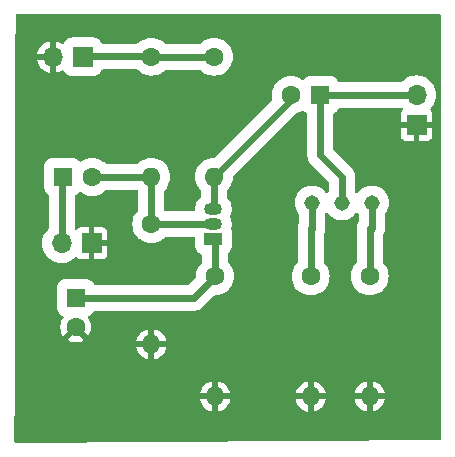
<source format=gbr>
%TF.GenerationSoftware,KiCad,Pcbnew,8.0.5*%
%TF.CreationDate,2024-10-06T10:48:52-05:00*%
%TF.ProjectId,amplificador,616d706c-6966-4696-9361-646f722e6b69,rev?*%
%TF.SameCoordinates,Original*%
%TF.FileFunction,Copper,L1,Top*%
%TF.FilePolarity,Positive*%
%FSLAX46Y46*%
G04 Gerber Fmt 4.6, Leading zero omitted, Abs format (unit mm)*
G04 Created by KiCad (PCBNEW 8.0.5) date 2024-10-06 10:48:52*
%MOMM*%
%LPD*%
G01*
G04 APERTURE LIST*
%TA.AperFunction,ComponentPad*%
%ADD10C,1.308000*%
%TD*%
%TA.AperFunction,ComponentPad*%
%ADD11R,1.700000X1.700000*%
%TD*%
%TA.AperFunction,ComponentPad*%
%ADD12O,1.700000X1.700000*%
%TD*%
%TA.AperFunction,ComponentPad*%
%ADD13C,1.600000*%
%TD*%
%TA.AperFunction,ComponentPad*%
%ADD14O,1.600000X1.600000*%
%TD*%
%TA.AperFunction,ComponentPad*%
%ADD15R,1.600000X1.600000*%
%TD*%
%TA.AperFunction,ComponentPad*%
%ADD16R,1.500000X1.050000*%
%TD*%
%TA.AperFunction,ComponentPad*%
%ADD17O,1.500000X1.050000*%
%TD*%
%TA.AperFunction,Conductor*%
%ADD18C,0.600000*%
%TD*%
G04 APERTURE END LIST*
D10*
%TO.P,S1,1*%
%TO.N,Net-(J3-Pin_2)*%
X208030000Y-93600000D03*
%TO.P,S1,3*%
%TO.N,Net-(R6-Pad1)*%
X210570000Y-93600000D03*
%TO.P,S1,2*%
%TO.N,Net-(R5-Pad1)*%
X205490000Y-93600000D03*
%TD*%
D11*
%TO.P,J3,1,Pin_1*%
%TO.N,GND*%
X214350000Y-86995000D03*
D12*
%TO.P,J3,2,Pin_2*%
%TO.N,Net-(J3-Pin_2)*%
X214350000Y-84455000D03*
%TD*%
D11*
%TO.P,J2,1,Pin_1*%
%TO.N,GND*%
X186835000Y-97030000D03*
D12*
%TO.P,J2,2,Pin_2*%
%TO.N,SE\u00D1AL*%
X184295000Y-97030000D03*
%TD*%
D11*
%TO.P,J1,1,Pin_1*%
%TO.N,+12V*%
X186085000Y-81240000D03*
D12*
%TO.P,J1,2,Pin_2*%
%TO.N,GND*%
X183545000Y-81240000D03*
%TD*%
D13*
%TO.P,R6,1*%
%TO.N,Net-(R6-Pad1)*%
X210380000Y-99820000D03*
D14*
%TO.P,R6,2*%
%TO.N,GND*%
X210380000Y-109980000D03*
%TD*%
D13*
%TO.P,R5,1*%
%TO.N,Net-(R5-Pad1)*%
X205390000Y-99830000D03*
D14*
%TO.P,R5,2*%
%TO.N,GND*%
X205390000Y-109990000D03*
%TD*%
D13*
%TO.P,R4,1*%
%TO.N,Net-(Q1-E)*%
X197300000Y-99820000D03*
D14*
%TO.P,R4,2*%
%TO.N,GND*%
X197300000Y-109980000D03*
%TD*%
D13*
%TO.P,R3,1*%
%TO.N,+12V*%
X197200000Y-81220000D03*
D14*
%TO.P,R3,2*%
%TO.N,Net-(Q1-C)*%
X197200000Y-91380000D03*
%TD*%
D13*
%TO.P,R2,1*%
%TO.N,Net-(Q1-B)*%
X191900000Y-95400000D03*
D14*
%TO.P,R2,2*%
%TO.N,GND*%
X191900000Y-105560000D03*
%TD*%
D13*
%TO.P,R1,1*%
%TO.N,+12V*%
X191900000Y-81220000D03*
D14*
%TO.P,R1,2*%
%TO.N,Net-(Q1-B)*%
X191900000Y-91380000D03*
%TD*%
D15*
%TO.P,C3,1*%
%TO.N,Net-(J3-Pin_2)*%
X206202380Y-84480000D03*
D13*
%TO.P,C3,2*%
%TO.N,Net-(Q1-C)*%
X203702380Y-84480000D03*
%TD*%
D15*
%TO.P,C2,1*%
%TO.N,Net-(Q1-E)*%
X185500000Y-101617621D03*
D13*
%TO.P,C2,2*%
%TO.N,GND*%
X185500000Y-104117621D03*
%TD*%
D15*
%TO.P,C1,1*%
%TO.N,SE\u00D1AL*%
X184400000Y-91400000D03*
D13*
%TO.P,C1,2*%
%TO.N,Net-(Q1-B)*%
X186900000Y-91400000D03*
%TD*%
D16*
%TO.P,Q1,1,E*%
%TO.N,Net-(Q1-E)*%
X197160000Y-96670000D03*
D17*
%TO.P,Q1,2,B*%
%TO.N,Net-(Q1-B)*%
X197160000Y-95400000D03*
%TO.P,Q1,3,C*%
%TO.N,Net-(Q1-C)*%
X197160000Y-94130000D03*
%TD*%
D18*
%TO.N,Net-(J3-Pin_2)*%
X208030000Y-91380000D02*
X208030000Y-93600000D01*
X206202380Y-89552380D02*
X208030000Y-91380000D01*
X206202380Y-84480000D02*
X206202380Y-89552380D01*
X206227380Y-84455000D02*
X206202380Y-84480000D01*
X214350000Y-84455000D02*
X206227380Y-84455000D01*
%TO.N,Net-(R6-Pad1)*%
X210380000Y-95950000D02*
X210570000Y-95760000D01*
X210380000Y-96160000D02*
X210380000Y-95950000D01*
X210570000Y-95760000D02*
X210570000Y-93600000D01*
X210380000Y-96160000D02*
X210380000Y-95720000D01*
X210380000Y-99820000D02*
X210380000Y-96160000D01*
%TO.N,Net-(R5-Pad1)*%
X205490000Y-95780000D02*
X205490000Y-93600000D01*
X205390000Y-95880000D02*
X205490000Y-95780000D01*
X205390000Y-95880000D02*
X205390000Y-95710000D01*
X205390000Y-99830000D02*
X205390000Y-95880000D01*
%TO.N,SE\u00D1AL*%
X184295000Y-91505000D02*
X184295000Y-97030000D01*
X184400000Y-91400000D02*
X184295000Y-91505000D01*
%TO.N,+12V*%
X191890000Y-81210000D02*
X191900000Y-81220000D01*
X186170000Y-81210000D02*
X191890000Y-81210000D01*
%TO.N,Net-(Q1-E)*%
X195502379Y-101617621D02*
X197300000Y-99820000D01*
X185500000Y-101617621D02*
X195502379Y-101617621D01*
%TO.N,Net-(R5-Pad1)*%
X205390000Y-95710000D02*
X205400000Y-95700000D01*
%TO.N,Net-(R6-Pad1)*%
X210380000Y-95720000D02*
X210400000Y-95700000D01*
%TO.N,Net-(J3-Pin_2)*%
X206200000Y-85600000D02*
X206200000Y-84500000D01*
%TO.N,Net-(Q1-C)*%
X197200000Y-94090000D02*
X197160000Y-94130000D01*
X197200000Y-91380000D02*
X197200000Y-94090000D01*
X203700000Y-84880000D02*
X203700000Y-84500000D01*
X197200000Y-91380000D02*
X203700000Y-84880000D01*
%TO.N,+12V*%
X191900000Y-81220000D02*
X197200000Y-81220000D01*
%TO.N,GND*%
X204980000Y-109980000D02*
X205000000Y-110000000D01*
%TO.N,Net-(Q1-E)*%
X197300000Y-96810000D02*
X197160000Y-96670000D01*
X197300000Y-99820000D02*
X197300000Y-96810000D01*
%TO.N,Net-(Q1-B)*%
X191900000Y-95400000D02*
X197160000Y-95400000D01*
X191900000Y-91380000D02*
X191900000Y-95400000D01*
X191880000Y-91400000D02*
X191900000Y-91380000D01*
X186900000Y-91400000D02*
X191880000Y-91400000D01*
%TD*%
%TA.AperFunction,Conductor*%
%TO.N,GND*%
G36*
X216342539Y-77620185D02*
G01*
X216388294Y-77672989D01*
X216399500Y-77724500D01*
X216399500Y-113578856D01*
X216379815Y-113645895D01*
X216327011Y-113691650D01*
X216276168Y-113702854D01*
X180426854Y-113896112D01*
X180359710Y-113876789D01*
X180313671Y-113824233D01*
X180302186Y-113771782D01*
X180302401Y-113691650D01*
X180313022Y-109729999D01*
X196021127Y-109729999D01*
X196021128Y-109730000D01*
X196984314Y-109730000D01*
X196979920Y-109734394D01*
X196927259Y-109825606D01*
X196900000Y-109927339D01*
X196900000Y-110032661D01*
X196927259Y-110134394D01*
X196979920Y-110225606D01*
X196984314Y-110230000D01*
X196021128Y-110230000D01*
X196073730Y-110426317D01*
X196073734Y-110426326D01*
X196169865Y-110632482D01*
X196300342Y-110818820D01*
X196461179Y-110979657D01*
X196647517Y-111110134D01*
X196853673Y-111206265D01*
X196853682Y-111206269D01*
X197049999Y-111258872D01*
X197050000Y-111258871D01*
X197050000Y-110295686D01*
X197054394Y-110300080D01*
X197145606Y-110352741D01*
X197247339Y-110380000D01*
X197352661Y-110380000D01*
X197454394Y-110352741D01*
X197545606Y-110300080D01*
X197550000Y-110295686D01*
X197550000Y-111258872D01*
X197746317Y-111206269D01*
X197746326Y-111206265D01*
X197952482Y-111110134D01*
X198138820Y-110979657D01*
X198299657Y-110818820D01*
X198430134Y-110632482D01*
X198526265Y-110426326D01*
X198526269Y-110426317D01*
X198578872Y-110230000D01*
X197615686Y-110230000D01*
X197620080Y-110225606D01*
X197672741Y-110134394D01*
X197700000Y-110032661D01*
X197700000Y-109927339D01*
X197672741Y-109825606D01*
X197623316Y-109739999D01*
X204111127Y-109739999D01*
X204111128Y-109740000D01*
X205074314Y-109740000D01*
X205069920Y-109744394D01*
X205017259Y-109835606D01*
X204990000Y-109937339D01*
X204990000Y-110042661D01*
X205017259Y-110144394D01*
X205069920Y-110235606D01*
X205074314Y-110240000D01*
X204111128Y-110240000D01*
X204163730Y-110436317D01*
X204163734Y-110436326D01*
X204259865Y-110642482D01*
X204390342Y-110828820D01*
X204551179Y-110989657D01*
X204737517Y-111120134D01*
X204943673Y-111216265D01*
X204943682Y-111216269D01*
X205139999Y-111268872D01*
X205140000Y-111268871D01*
X205140000Y-110305686D01*
X205144394Y-110310080D01*
X205235606Y-110362741D01*
X205337339Y-110390000D01*
X205442661Y-110390000D01*
X205544394Y-110362741D01*
X205635606Y-110310080D01*
X205640000Y-110305686D01*
X205640000Y-111268872D01*
X205836317Y-111216269D01*
X205836326Y-111216265D01*
X206042482Y-111120134D01*
X206228820Y-110989657D01*
X206389657Y-110828820D01*
X206520134Y-110642482D01*
X206616265Y-110436326D01*
X206616269Y-110436317D01*
X206668872Y-110240000D01*
X205705686Y-110240000D01*
X205710080Y-110235606D01*
X205762741Y-110144394D01*
X205790000Y-110042661D01*
X205790000Y-109937339D01*
X205762741Y-109835606D01*
X205710080Y-109744394D01*
X205705686Y-109740000D01*
X206668872Y-109740000D01*
X206668872Y-109739999D01*
X206666193Y-109729999D01*
X209101127Y-109729999D01*
X209101128Y-109730000D01*
X210064314Y-109730000D01*
X210059920Y-109734394D01*
X210007259Y-109825606D01*
X209980000Y-109927339D01*
X209980000Y-110032661D01*
X210007259Y-110134394D01*
X210059920Y-110225606D01*
X210064314Y-110230000D01*
X209101128Y-110230000D01*
X209153730Y-110426317D01*
X209153734Y-110426326D01*
X209249865Y-110632482D01*
X209380342Y-110818820D01*
X209541179Y-110979657D01*
X209727517Y-111110134D01*
X209933673Y-111206265D01*
X209933682Y-111206269D01*
X210129999Y-111258872D01*
X210130000Y-111258871D01*
X210130000Y-110295686D01*
X210134394Y-110300080D01*
X210225606Y-110352741D01*
X210327339Y-110380000D01*
X210432661Y-110380000D01*
X210534394Y-110352741D01*
X210625606Y-110300080D01*
X210630000Y-110295686D01*
X210630000Y-111258872D01*
X210826317Y-111206269D01*
X210826326Y-111206265D01*
X211032482Y-111110134D01*
X211218820Y-110979657D01*
X211379657Y-110818820D01*
X211510134Y-110632482D01*
X211606265Y-110426326D01*
X211606269Y-110426317D01*
X211658872Y-110230000D01*
X210695686Y-110230000D01*
X210700080Y-110225606D01*
X210752741Y-110134394D01*
X210780000Y-110032661D01*
X210780000Y-109927339D01*
X210752741Y-109825606D01*
X210700080Y-109734394D01*
X210695686Y-109730000D01*
X211658872Y-109730000D01*
X211658872Y-109729999D01*
X211606269Y-109533682D01*
X211606265Y-109533673D01*
X211510134Y-109327517D01*
X211379657Y-109141179D01*
X211218820Y-108980342D01*
X211032482Y-108849865D01*
X210826328Y-108753734D01*
X210630000Y-108701127D01*
X210630000Y-109664314D01*
X210625606Y-109659920D01*
X210534394Y-109607259D01*
X210432661Y-109580000D01*
X210327339Y-109580000D01*
X210225606Y-109607259D01*
X210134394Y-109659920D01*
X210130000Y-109664314D01*
X210130000Y-108701127D01*
X209933671Y-108753734D01*
X209727517Y-108849865D01*
X209541179Y-108980342D01*
X209380342Y-109141179D01*
X209249865Y-109327517D01*
X209153734Y-109533673D01*
X209153730Y-109533682D01*
X209101127Y-109729999D01*
X206666193Y-109729999D01*
X206616269Y-109543682D01*
X206616265Y-109543673D01*
X206520134Y-109337517D01*
X206389657Y-109151179D01*
X206228820Y-108990342D01*
X206042482Y-108859865D01*
X205836328Y-108763734D01*
X205640000Y-108711127D01*
X205640000Y-109674314D01*
X205635606Y-109669920D01*
X205544394Y-109617259D01*
X205442661Y-109590000D01*
X205337339Y-109590000D01*
X205235606Y-109617259D01*
X205144394Y-109669920D01*
X205140000Y-109674314D01*
X205140000Y-108711127D01*
X204943671Y-108763734D01*
X204737517Y-108859865D01*
X204551179Y-108990342D01*
X204390342Y-109151179D01*
X204259865Y-109337517D01*
X204163734Y-109543673D01*
X204163730Y-109543682D01*
X204111127Y-109739999D01*
X197623316Y-109739999D01*
X197620080Y-109734394D01*
X197615686Y-109730000D01*
X198578872Y-109730000D01*
X198578872Y-109729999D01*
X198526269Y-109533682D01*
X198526265Y-109533673D01*
X198430134Y-109327517D01*
X198299657Y-109141179D01*
X198138820Y-108980342D01*
X197952482Y-108849865D01*
X197746328Y-108753734D01*
X197550000Y-108701127D01*
X197550000Y-109664314D01*
X197545606Y-109659920D01*
X197454394Y-109607259D01*
X197352661Y-109580000D01*
X197247339Y-109580000D01*
X197145606Y-109607259D01*
X197054394Y-109659920D01*
X197050000Y-109664314D01*
X197050000Y-108701127D01*
X196853671Y-108753734D01*
X196647517Y-108849865D01*
X196461179Y-108980342D01*
X196300342Y-109141179D01*
X196169865Y-109327517D01*
X196073734Y-109533673D01*
X196073730Y-109533682D01*
X196021127Y-109729999D01*
X180313022Y-109729999D01*
X180347070Y-97030000D01*
X182639396Y-97030000D01*
X182659778Y-97288990D01*
X182720427Y-97541610D01*
X182819843Y-97781623D01*
X182819845Y-97781627D01*
X182819846Y-97781628D01*
X182955588Y-98003140D01*
X183124311Y-98200689D01*
X183321860Y-98369412D01*
X183543372Y-98505154D01*
X183543374Y-98505154D01*
X183543376Y-98505156D01*
X183604693Y-98530554D01*
X183783390Y-98604573D01*
X184036006Y-98665221D01*
X184295000Y-98685604D01*
X184553994Y-98665221D01*
X184806610Y-98604573D01*
X185046628Y-98505154D01*
X185268140Y-98369412D01*
X185447363Y-98216340D01*
X185511124Y-98187770D01*
X185580209Y-98198207D01*
X185621076Y-98231381D01*
X185621540Y-98230918D01*
X185625996Y-98235374D01*
X185627160Y-98236319D01*
X185627812Y-98237190D01*
X185742906Y-98323350D01*
X185742913Y-98323354D01*
X185877620Y-98373596D01*
X185877627Y-98373598D01*
X185937155Y-98379999D01*
X185937172Y-98380000D01*
X186585000Y-98380000D01*
X186585000Y-97463012D01*
X186642007Y-97495925D01*
X186769174Y-97530000D01*
X186900826Y-97530000D01*
X187027993Y-97495925D01*
X187085000Y-97463012D01*
X187085000Y-98380000D01*
X187732828Y-98380000D01*
X187732844Y-98379999D01*
X187792372Y-98373598D01*
X187792379Y-98373596D01*
X187927086Y-98323354D01*
X187927093Y-98323350D01*
X188042187Y-98237190D01*
X188042190Y-98237187D01*
X188128350Y-98122093D01*
X188128354Y-98122086D01*
X188178596Y-97987379D01*
X188178598Y-97987372D01*
X188184999Y-97927844D01*
X188185000Y-97927827D01*
X188185000Y-97280000D01*
X187268012Y-97280000D01*
X187300925Y-97222993D01*
X187335000Y-97095826D01*
X187335000Y-96964174D01*
X187300925Y-96837007D01*
X187268012Y-96780000D01*
X188185000Y-96780000D01*
X188185000Y-96132172D01*
X188184999Y-96132155D01*
X188178598Y-96072627D01*
X188178596Y-96072620D01*
X188128354Y-95937913D01*
X188128350Y-95937906D01*
X188042190Y-95822812D01*
X188042187Y-95822809D01*
X187927093Y-95736649D01*
X187927086Y-95736645D01*
X187792379Y-95686403D01*
X187792372Y-95686401D01*
X187732844Y-95680000D01*
X187085000Y-95680000D01*
X187085000Y-96596988D01*
X187027993Y-96564075D01*
X186900826Y-96530000D01*
X186769174Y-96530000D01*
X186642007Y-96564075D01*
X186585000Y-96596988D01*
X186585000Y-95680000D01*
X185937155Y-95680000D01*
X185877627Y-95686401D01*
X185877620Y-95686403D01*
X185742913Y-95736645D01*
X185742906Y-95736649D01*
X185627812Y-95822809D01*
X185627807Y-95822814D01*
X185627155Y-95823686D01*
X185626284Y-95824337D01*
X185621540Y-95829082D01*
X185620857Y-95828399D01*
X185571218Y-95865553D01*
X185501526Y-95870532D01*
X185447357Y-95843654D01*
X185438963Y-95836484D01*
X185400773Y-95777975D01*
X185395500Y-95742198D01*
X185395500Y-93067666D01*
X185415185Y-93000627D01*
X185467989Y-92954872D01*
X185478540Y-92950626D01*
X185549522Y-92925789D01*
X185702262Y-92829816D01*
X185810892Y-92721186D01*
X185872215Y-92687701D01*
X185941907Y-92692685D01*
X185963363Y-92703140D01*
X186171140Y-92830466D01*
X186354670Y-92906486D01*
X186403889Y-92926873D01*
X186648852Y-92985683D01*
X186900000Y-93005449D01*
X187151148Y-92985683D01*
X187396111Y-92926873D01*
X187628859Y-92830466D01*
X187843659Y-92698836D01*
X188035224Y-92535224D01*
X188035225Y-92535222D01*
X188038928Y-92532060D01*
X188040014Y-92533332D01*
X188094952Y-92503334D01*
X188121310Y-92500500D01*
X190675500Y-92500500D01*
X190742539Y-92520185D01*
X190788294Y-92572989D01*
X190799500Y-92624500D01*
X190799500Y-94178689D01*
X190779815Y-94245728D01*
X190767650Y-94260823D01*
X190767940Y-94261071D01*
X190601161Y-94456344D01*
X190601160Y-94456346D01*
X190469533Y-94671140D01*
X190373126Y-94903889D01*
X190314317Y-95148848D01*
X190294551Y-95400000D01*
X190314317Y-95651151D01*
X190373126Y-95896110D01*
X190469533Y-96128859D01*
X190601160Y-96343653D01*
X190601161Y-96343656D01*
X190656604Y-96408571D01*
X190764776Y-96535224D01*
X190869305Y-96624500D01*
X190956343Y-96698838D01*
X190956346Y-96698839D01*
X191171140Y-96830466D01*
X191186932Y-96837007D01*
X191403889Y-96926873D01*
X191648852Y-96985683D01*
X191900000Y-97005449D01*
X192151148Y-96985683D01*
X192396111Y-96926873D01*
X192628859Y-96830466D01*
X192843659Y-96698836D01*
X193035224Y-96535224D01*
X193035225Y-96535222D01*
X193038928Y-96532060D01*
X193040014Y-96533332D01*
X193094952Y-96503334D01*
X193121310Y-96500500D01*
X195485500Y-96500500D01*
X195552539Y-96520185D01*
X195598294Y-96572989D01*
X195609500Y-96624500D01*
X195609500Y-97239960D01*
X195624630Y-97374249D01*
X195624631Y-97374254D01*
X195684211Y-97544523D01*
X195780184Y-97697262D01*
X195907738Y-97824816D01*
X195964504Y-97860484D01*
X196060477Y-97920789D01*
X196116453Y-97940375D01*
X196173230Y-97981096D01*
X196198978Y-98046048D01*
X196199500Y-98057417D01*
X196199500Y-98598689D01*
X196179815Y-98665728D01*
X196167650Y-98680823D01*
X196167940Y-98681071D01*
X196001161Y-98876344D01*
X196001160Y-98876346D01*
X195869533Y-99091140D01*
X195773126Y-99323889D01*
X195714317Y-99568848D01*
X195694169Y-99824856D01*
X195692501Y-99824724D01*
X195674866Y-99884783D01*
X195658232Y-99905425D01*
X195082856Y-100480802D01*
X195021533Y-100514287D01*
X194995175Y-100517121D01*
X187125124Y-100517121D01*
X187058085Y-100497436D01*
X187020130Y-100459093D01*
X186936571Y-100326110D01*
X186929816Y-100315359D01*
X186802262Y-100187805D01*
X186649523Y-100091832D01*
X186479254Y-100032252D01*
X186479249Y-100032251D01*
X186344960Y-100017121D01*
X186344954Y-100017121D01*
X184655046Y-100017121D01*
X184655039Y-100017121D01*
X184520750Y-100032251D01*
X184520745Y-100032252D01*
X184350476Y-100091832D01*
X184197737Y-100187805D01*
X184070184Y-100315358D01*
X183974211Y-100468097D01*
X183914631Y-100638366D01*
X183914630Y-100638371D01*
X183899500Y-100772660D01*
X183899500Y-102462581D01*
X183914630Y-102596870D01*
X183914631Y-102596875D01*
X183974211Y-102767144D01*
X184070184Y-102919883D01*
X184197738Y-103047437D01*
X184350478Y-103143410D01*
X184392476Y-103158106D01*
X184449253Y-103198828D01*
X184475000Y-103263781D01*
X184461544Y-103332342D01*
X184453097Y-103346271D01*
X184369868Y-103465133D01*
X184369866Y-103465137D01*
X184273734Y-103671294D01*
X184273730Y-103671303D01*
X184214860Y-103891010D01*
X184214858Y-103891021D01*
X184195034Y-104117618D01*
X184195034Y-104117623D01*
X184214858Y-104344220D01*
X184214860Y-104344231D01*
X184273730Y-104563938D01*
X184273735Y-104563952D01*
X184369863Y-104770099D01*
X184420974Y-104843093D01*
X185100000Y-104164067D01*
X185100000Y-104170282D01*
X185127259Y-104272015D01*
X185179920Y-104363227D01*
X185254394Y-104437701D01*
X185345606Y-104490362D01*
X185447339Y-104517621D01*
X185453553Y-104517621D01*
X184774526Y-105196646D01*
X184847513Y-105247753D01*
X184847521Y-105247757D01*
X185053668Y-105343885D01*
X185053682Y-105343890D01*
X185273389Y-105402760D01*
X185273400Y-105402762D01*
X185499998Y-105422587D01*
X185500002Y-105422587D01*
X185726599Y-105402762D01*
X185726610Y-105402760D01*
X185946317Y-105343890D01*
X185946331Y-105343885D01*
X186019000Y-105309999D01*
X190621127Y-105309999D01*
X190621128Y-105310000D01*
X191584314Y-105310000D01*
X191579920Y-105314394D01*
X191527259Y-105405606D01*
X191500000Y-105507339D01*
X191500000Y-105612661D01*
X191527259Y-105714394D01*
X191579920Y-105805606D01*
X191584314Y-105810000D01*
X190621128Y-105810000D01*
X190673730Y-106006317D01*
X190673734Y-106006326D01*
X190769865Y-106212482D01*
X190900342Y-106398820D01*
X191061179Y-106559657D01*
X191247517Y-106690134D01*
X191453673Y-106786265D01*
X191453682Y-106786269D01*
X191649999Y-106838872D01*
X191650000Y-106838871D01*
X191650000Y-105875686D01*
X191654394Y-105880080D01*
X191745606Y-105932741D01*
X191847339Y-105960000D01*
X191952661Y-105960000D01*
X192054394Y-105932741D01*
X192145606Y-105880080D01*
X192150000Y-105875686D01*
X192150000Y-106838872D01*
X192346317Y-106786269D01*
X192346326Y-106786265D01*
X192552482Y-106690134D01*
X192738820Y-106559657D01*
X192899657Y-106398820D01*
X193030134Y-106212482D01*
X193126265Y-106006326D01*
X193126269Y-106006317D01*
X193178872Y-105810000D01*
X192215686Y-105810000D01*
X192220080Y-105805606D01*
X192272741Y-105714394D01*
X192300000Y-105612661D01*
X192300000Y-105507339D01*
X192272741Y-105405606D01*
X192220080Y-105314394D01*
X192215686Y-105310000D01*
X193178872Y-105310000D01*
X193178872Y-105309999D01*
X193126269Y-105113682D01*
X193126265Y-105113673D01*
X193030134Y-104907517D01*
X192899657Y-104721179D01*
X192738820Y-104560342D01*
X192552482Y-104429865D01*
X192346328Y-104333734D01*
X192150000Y-104281127D01*
X192150000Y-105244314D01*
X192145606Y-105239920D01*
X192054394Y-105187259D01*
X191952661Y-105160000D01*
X191847339Y-105160000D01*
X191745606Y-105187259D01*
X191654394Y-105239920D01*
X191650000Y-105244314D01*
X191650000Y-104281127D01*
X191453671Y-104333734D01*
X191247517Y-104429865D01*
X191061179Y-104560342D01*
X190900342Y-104721179D01*
X190769865Y-104907517D01*
X190673734Y-105113673D01*
X190673730Y-105113682D01*
X190621127Y-105309999D01*
X186019000Y-105309999D01*
X186152478Y-105247757D01*
X186225471Y-105196645D01*
X185546447Y-104517621D01*
X185552661Y-104517621D01*
X185654394Y-104490362D01*
X185745606Y-104437701D01*
X185820080Y-104363227D01*
X185872741Y-104272015D01*
X185900000Y-104170282D01*
X185900000Y-104164068D01*
X186579024Y-104843092D01*
X186630136Y-104770099D01*
X186726264Y-104563952D01*
X186726269Y-104563938D01*
X186785139Y-104344231D01*
X186785141Y-104344220D01*
X186804966Y-104117623D01*
X186804966Y-104117618D01*
X186785141Y-103891021D01*
X186785139Y-103891010D01*
X186726269Y-103671303D01*
X186726265Y-103671294D01*
X186630134Y-103465138D01*
X186546902Y-103346272D01*
X186524575Y-103280066D01*
X186541585Y-103212298D01*
X186592533Y-103164485D01*
X186607523Y-103158106D01*
X186649522Y-103143410D01*
X186802262Y-103047437D01*
X186929816Y-102919883D01*
X187020130Y-102776148D01*
X187072465Y-102729858D01*
X187125124Y-102718121D01*
X195588989Y-102718121D01*
X195588990Y-102718121D01*
X195760080Y-102691023D01*
X195924824Y-102637494D01*
X196079167Y-102558853D01*
X196219307Y-102457035D01*
X197214573Y-101461767D01*
X197275896Y-101428283D01*
X197295172Y-101426210D01*
X197295143Y-101425831D01*
X197299998Y-101425448D01*
X197300000Y-101425449D01*
X197551148Y-101405683D01*
X197796111Y-101346873D01*
X198028859Y-101250466D01*
X198243659Y-101118836D01*
X198435224Y-100955224D01*
X198598836Y-100763659D01*
X198730466Y-100548859D01*
X198826873Y-100316111D01*
X198885683Y-100071148D01*
X198905449Y-99820000D01*
X198885683Y-99568852D01*
X198826873Y-99323889D01*
X198730466Y-99091140D01*
X198598839Y-98876346D01*
X198598838Y-98876344D01*
X198598837Y-98876343D01*
X198598836Y-98876341D01*
X198443765Y-98694776D01*
X198432060Y-98681071D01*
X198433332Y-98679984D01*
X198403334Y-98625047D01*
X198400500Y-98598689D01*
X198400500Y-97887940D01*
X198420185Y-97820901D01*
X198436819Y-97800259D01*
X198455455Y-97781623D01*
X198539816Y-97697262D01*
X198635789Y-97544522D01*
X198695368Y-97374255D01*
X198710500Y-97239954D01*
X198710500Y-96100046D01*
X198705565Y-96056246D01*
X198695369Y-95965750D01*
X198695366Y-95965737D01*
X198657086Y-95856340D01*
X198653524Y-95786561D01*
X198656189Y-95777090D01*
X198677862Y-95710389D01*
X198695664Y-95597987D01*
X198710500Y-95504324D01*
X198710500Y-95295675D01*
X198677862Y-95089610D01*
X198628132Y-94936559D01*
X198613389Y-94891184D01*
X198613386Y-94891180D01*
X198613386Y-94891177D01*
X198577779Y-94821296D01*
X198564882Y-94752627D01*
X198577779Y-94708704D01*
X198596919Y-94671141D01*
X198613389Y-94638816D01*
X198677862Y-94440389D01*
X198697655Y-94315422D01*
X198710500Y-94234324D01*
X198710500Y-94025675D01*
X198677862Y-93819610D01*
X198613387Y-93621179D01*
X198518669Y-93435285D01*
X198463806Y-93359773D01*
X198396035Y-93266495D01*
X198336819Y-93207279D01*
X198303334Y-93145956D01*
X198300500Y-93119598D01*
X198300500Y-92601310D01*
X198320185Y-92534271D01*
X198332349Y-92519175D01*
X198332060Y-92518928D01*
X198347799Y-92500500D01*
X198498836Y-92323659D01*
X198630466Y-92108859D01*
X198726873Y-91876111D01*
X198785683Y-91631148D01*
X198805449Y-91380000D01*
X198805448Y-91379998D01*
X198805831Y-91375143D01*
X198807498Y-91375274D01*
X198825134Y-91315215D01*
X198841768Y-91294573D01*
X201091165Y-89045176D01*
X204082935Y-86053405D01*
X204141666Y-86020514D01*
X204198491Y-86006873D01*
X204431239Y-85910466D01*
X204639018Y-85783138D01*
X204706461Y-85764894D01*
X204773064Y-85786010D01*
X204791487Y-85801185D01*
X204900118Y-85909816D01*
X205043854Y-86000131D01*
X205090143Y-86052463D01*
X205101880Y-86105123D01*
X205101880Y-89638990D01*
X205123350Y-89774551D01*
X205128978Y-89810081D01*
X205182507Y-89974825D01*
X205261148Y-90129168D01*
X205362966Y-90269308D01*
X205362968Y-90269310D01*
X206893181Y-91799523D01*
X206926666Y-91860846D01*
X206929500Y-91887204D01*
X206929500Y-92599520D01*
X206909815Y-92666559D01*
X206896731Y-92683502D01*
X206878261Y-92703566D01*
X206863808Y-92725688D01*
X206810662Y-92771045D01*
X206741430Y-92780468D01*
X206678095Y-92750966D01*
X206656192Y-92725688D01*
X206641740Y-92703568D01*
X206641739Y-92703566D01*
X206478482Y-92526222D01*
X206478481Y-92526221D01*
X206478479Y-92526219D01*
X206478475Y-92526216D01*
X206288266Y-92378170D01*
X206288257Y-92378164D01*
X206076274Y-92263446D01*
X206076271Y-92263445D01*
X206076268Y-92263443D01*
X206076262Y-92263441D01*
X206076260Y-92263440D01*
X205848284Y-92185175D01*
X205689776Y-92158725D01*
X205610523Y-92145500D01*
X205369477Y-92145500D01*
X205310037Y-92155418D01*
X205131715Y-92185175D01*
X204903739Y-92263440D01*
X204903725Y-92263446D01*
X204691742Y-92378164D01*
X204691733Y-92378170D01*
X204501524Y-92526216D01*
X204501520Y-92526219D01*
X204338262Y-92703564D01*
X204338259Y-92703568D01*
X204206421Y-92905360D01*
X204109593Y-93126107D01*
X204050420Y-93359773D01*
X204050418Y-93359784D01*
X204030515Y-93599993D01*
X204030515Y-93600006D01*
X204050418Y-93840215D01*
X204050420Y-93840226D01*
X204109593Y-94073892D01*
X204206421Y-94294639D01*
X204288018Y-94419532D01*
X204338261Y-94496434D01*
X204356728Y-94516494D01*
X204387651Y-94579146D01*
X204389500Y-94600478D01*
X204389500Y-95219763D01*
X204375984Y-95276059D01*
X204370128Y-95287550D01*
X204316597Y-95452302D01*
X204289500Y-95623389D01*
X204289500Y-98608689D01*
X204269815Y-98675728D01*
X204257650Y-98690823D01*
X204257940Y-98691071D01*
X204091161Y-98886344D01*
X204091160Y-98886346D01*
X203959533Y-99101140D01*
X203863126Y-99333889D01*
X203804317Y-99578848D01*
X203784551Y-99830000D01*
X203804317Y-100081151D01*
X203863126Y-100326110D01*
X203959533Y-100558859D01*
X204091160Y-100773653D01*
X204091161Y-100773656D01*
X204091164Y-100773659D01*
X204254776Y-100965224D01*
X204403066Y-101091875D01*
X204446343Y-101128838D01*
X204446346Y-101128839D01*
X204661140Y-101260466D01*
X204869747Y-101346873D01*
X204893889Y-101356873D01*
X205138852Y-101415683D01*
X205390000Y-101435449D01*
X205641148Y-101415683D01*
X205886111Y-101356873D01*
X206118859Y-101260466D01*
X206333659Y-101128836D01*
X206525224Y-100965224D01*
X206688836Y-100773659D01*
X206820466Y-100558859D01*
X206916873Y-100326111D01*
X206975683Y-100081148D01*
X206995449Y-99830000D01*
X206975683Y-99578852D01*
X206916873Y-99333889D01*
X206820466Y-99101141D01*
X206820466Y-99101140D01*
X206688839Y-98886346D01*
X206688838Y-98886344D01*
X206688837Y-98886343D01*
X206688836Y-98886341D01*
X206525224Y-98694776D01*
X206522060Y-98691071D01*
X206523332Y-98689984D01*
X206493334Y-98635047D01*
X206490500Y-98608689D01*
X206490500Y-96270236D01*
X206504016Y-96213940D01*
X206509872Y-96202447D01*
X206509873Y-96202446D01*
X206563402Y-96037701D01*
X206590500Y-95866611D01*
X206590500Y-95693390D01*
X206590500Y-94600478D01*
X206610185Y-94533439D01*
X206623266Y-94516499D01*
X206641739Y-94496434D01*
X206656191Y-94474312D01*
X206709334Y-94428957D01*
X206778565Y-94419532D01*
X206841902Y-94449032D01*
X206863807Y-94474312D01*
X206878257Y-94496429D01*
X206878258Y-94496430D01*
X206878261Y-94496434D01*
X207041518Y-94673778D01*
X207041520Y-94673780D01*
X207041524Y-94673783D01*
X207231048Y-94821296D01*
X207231737Y-94821832D01*
X207231739Y-94821833D01*
X207231742Y-94821835D01*
X207354981Y-94888527D01*
X207443732Y-94936557D01*
X207671718Y-95014825D01*
X207909477Y-95054500D01*
X207909478Y-95054500D01*
X208150522Y-95054500D01*
X208150523Y-95054500D01*
X208388282Y-95014825D01*
X208616268Y-94936557D01*
X208828263Y-94821832D01*
X209018482Y-94673778D01*
X209181739Y-94496434D01*
X209196190Y-94474314D01*
X209249335Y-94428957D01*
X209318566Y-94419532D01*
X209381903Y-94449032D01*
X209403807Y-94474311D01*
X209418261Y-94496434D01*
X209436728Y-94516494D01*
X209467651Y-94579146D01*
X209469500Y-94600478D01*
X209469500Y-95060622D01*
X209449815Y-95127661D01*
X209445820Y-95133505D01*
X209438772Y-95143205D01*
X209438769Y-95143210D01*
X209360128Y-95297552D01*
X209306597Y-95462302D01*
X209279500Y-95633389D01*
X209279500Y-98598689D01*
X209259815Y-98665728D01*
X209247650Y-98680823D01*
X209247940Y-98681071D01*
X209081161Y-98876344D01*
X209081160Y-98876346D01*
X208949533Y-99091140D01*
X208853126Y-99323889D01*
X208794317Y-99568848D01*
X208774551Y-99820000D01*
X208794317Y-100071151D01*
X208853126Y-100316110D01*
X208949533Y-100548859D01*
X209081160Y-100763653D01*
X209081161Y-100763656D01*
X209136604Y-100828571D01*
X209244776Y-100955224D01*
X209393066Y-101081875D01*
X209436343Y-101118838D01*
X209436346Y-101118839D01*
X209651140Y-101250466D01*
X209883889Y-101346873D01*
X210128852Y-101405683D01*
X210380000Y-101425449D01*
X210631148Y-101405683D01*
X210876111Y-101346873D01*
X211108859Y-101250466D01*
X211323659Y-101118836D01*
X211515224Y-100955224D01*
X211678836Y-100763659D01*
X211810466Y-100548859D01*
X211906873Y-100316111D01*
X211965683Y-100071148D01*
X211985449Y-99820000D01*
X211965683Y-99568852D01*
X211906873Y-99323889D01*
X211810466Y-99091140D01*
X211678839Y-98876346D01*
X211678838Y-98876344D01*
X211678837Y-98876343D01*
X211678836Y-98876341D01*
X211523765Y-98694776D01*
X211512060Y-98681071D01*
X211513332Y-98679984D01*
X211483334Y-98625047D01*
X211480500Y-98598689D01*
X211480500Y-96419376D01*
X211500185Y-96352337D01*
X211504185Y-96346487D01*
X211506244Y-96343653D01*
X211511232Y-96336788D01*
X211589873Y-96182445D01*
X211602870Y-96142445D01*
X211643403Y-96017701D01*
X211657856Y-95926440D01*
X211668249Y-95860830D01*
X211670500Y-95846612D01*
X211670500Y-94600478D01*
X211690185Y-94533439D01*
X211703266Y-94516499D01*
X211721739Y-94496434D01*
X211853579Y-94294638D01*
X211950406Y-94073894D01*
X212009580Y-93840223D01*
X212027730Y-93621184D01*
X212029485Y-93600006D01*
X212029485Y-93599993D01*
X212009581Y-93359784D01*
X212009579Y-93359773D01*
X211970962Y-93207279D01*
X211950406Y-93126106D01*
X211853579Y-92905362D01*
X211843944Y-92890615D01*
X211736192Y-92725688D01*
X211721739Y-92703566D01*
X211558482Y-92526222D01*
X211558481Y-92526221D01*
X211558479Y-92526219D01*
X211558475Y-92526216D01*
X211368266Y-92378170D01*
X211368257Y-92378164D01*
X211156274Y-92263446D01*
X211156271Y-92263445D01*
X211156268Y-92263443D01*
X211156262Y-92263441D01*
X211156260Y-92263440D01*
X210928284Y-92185175D01*
X210769776Y-92158725D01*
X210690523Y-92145500D01*
X210449477Y-92145500D01*
X210390037Y-92155418D01*
X210211715Y-92185175D01*
X209983739Y-92263440D01*
X209983725Y-92263446D01*
X209771742Y-92378164D01*
X209771733Y-92378170D01*
X209581524Y-92526216D01*
X209581520Y-92526219D01*
X209418262Y-92703564D01*
X209418259Y-92703568D01*
X209403808Y-92725688D01*
X209350662Y-92771045D01*
X209281430Y-92780468D01*
X209218095Y-92750966D01*
X209196192Y-92725688D01*
X209181739Y-92703566D01*
X209163269Y-92683502D01*
X209132348Y-92620847D01*
X209130500Y-92599520D01*
X209130500Y-91293389D01*
X209103402Y-91122299D01*
X209049873Y-90957555D01*
X208971232Y-90803212D01*
X208869414Y-90663072D01*
X208746928Y-90540586D01*
X207339199Y-89132857D01*
X207305714Y-89071534D01*
X207302880Y-89045176D01*
X207302880Y-86105123D01*
X207322565Y-86038084D01*
X207360904Y-86000132D01*
X207504642Y-85909816D01*
X207632196Y-85782262D01*
X207728169Y-85629522D01*
X207728171Y-85629514D01*
X207730011Y-85625698D01*
X207731856Y-85623654D01*
X207731874Y-85623626D01*
X207731878Y-85623629D01*
X207776834Y-85573838D01*
X207841731Y-85555500D01*
X213062199Y-85555500D01*
X213129238Y-85575185D01*
X213156490Y-85598969D01*
X213163659Y-85607363D01*
X213192229Y-85671125D01*
X213181791Y-85740211D01*
X213148619Y-85781077D01*
X213149082Y-85781540D01*
X213144630Y-85785991D01*
X213143686Y-85787155D01*
X213142814Y-85787807D01*
X213142809Y-85787812D01*
X213056649Y-85902906D01*
X213056645Y-85902913D01*
X213006403Y-86037620D01*
X213006401Y-86037627D01*
X213000000Y-86097155D01*
X213000000Y-86745000D01*
X213916988Y-86745000D01*
X213884075Y-86802007D01*
X213850000Y-86929174D01*
X213850000Y-87060826D01*
X213884075Y-87187993D01*
X213916988Y-87245000D01*
X213000000Y-87245000D01*
X213000000Y-87892844D01*
X213006401Y-87952372D01*
X213006403Y-87952379D01*
X213056645Y-88087086D01*
X213056649Y-88087093D01*
X213142809Y-88202187D01*
X213142812Y-88202190D01*
X213257906Y-88288350D01*
X213257913Y-88288354D01*
X213392620Y-88338596D01*
X213392627Y-88338598D01*
X213452155Y-88344999D01*
X213452172Y-88345000D01*
X214100000Y-88345000D01*
X214100000Y-87428012D01*
X214157007Y-87460925D01*
X214284174Y-87495000D01*
X214415826Y-87495000D01*
X214542993Y-87460925D01*
X214600000Y-87428012D01*
X214600000Y-88345000D01*
X215247828Y-88345000D01*
X215247844Y-88344999D01*
X215307372Y-88338598D01*
X215307379Y-88338596D01*
X215442086Y-88288354D01*
X215442093Y-88288350D01*
X215557187Y-88202190D01*
X215557190Y-88202187D01*
X215643350Y-88087093D01*
X215643354Y-88087086D01*
X215693596Y-87952379D01*
X215693598Y-87952372D01*
X215699999Y-87892844D01*
X215700000Y-87892827D01*
X215700000Y-87245000D01*
X214783012Y-87245000D01*
X214815925Y-87187993D01*
X214850000Y-87060826D01*
X214850000Y-86929174D01*
X214815925Y-86802007D01*
X214783012Y-86745000D01*
X215700000Y-86745000D01*
X215700000Y-86097172D01*
X215699999Y-86097155D01*
X215693598Y-86037627D01*
X215693596Y-86037620D01*
X215643354Y-85902913D01*
X215643350Y-85902906D01*
X215557190Y-85787812D01*
X215556319Y-85787160D01*
X215555666Y-85786288D01*
X215550918Y-85781540D01*
X215551600Y-85780857D01*
X215514448Y-85731225D01*
X215509465Y-85661534D01*
X215536341Y-85607363D01*
X215689412Y-85428140D01*
X215825154Y-85206628D01*
X215924573Y-84966610D01*
X215985221Y-84713994D01*
X216005604Y-84455000D01*
X215985221Y-84196006D01*
X215924573Y-83943390D01*
X215825154Y-83703372D01*
X215689412Y-83481860D01*
X215520689Y-83284311D01*
X215323140Y-83115588D01*
X215101628Y-82979846D01*
X215101627Y-82979845D01*
X215101623Y-82979843D01*
X214935627Y-82911086D01*
X214861610Y-82880427D01*
X214861611Y-82880427D01*
X214723921Y-82847370D01*
X214608994Y-82819779D01*
X214608992Y-82819778D01*
X214608991Y-82819778D01*
X214350000Y-82799396D01*
X214091009Y-82819778D01*
X213838389Y-82880427D01*
X213598376Y-82979843D01*
X213376859Y-83115588D01*
X213179310Y-83284311D01*
X213156488Y-83311033D01*
X213097981Y-83349225D01*
X213062199Y-83354500D01*
X207811795Y-83354500D01*
X207744756Y-83334815D01*
X207706802Y-83296473D01*
X207632196Y-83177738D01*
X207504642Y-83050184D01*
X207503606Y-83049533D01*
X207351903Y-82954211D01*
X207181634Y-82894631D01*
X207181629Y-82894630D01*
X207047340Y-82879500D01*
X207047334Y-82879500D01*
X205357426Y-82879500D01*
X205357419Y-82879500D01*
X205223130Y-82894630D01*
X205223125Y-82894631D01*
X205052856Y-82954211D01*
X204900119Y-83050183D01*
X204791487Y-83158815D01*
X204730164Y-83192299D01*
X204660472Y-83187315D01*
X204639016Y-83176860D01*
X204431239Y-83049533D01*
X204198490Y-82953126D01*
X203953531Y-82894317D01*
X203702380Y-82874551D01*
X203451228Y-82894317D01*
X203206269Y-82953126D01*
X202973520Y-83049533D01*
X202758726Y-83181160D01*
X202758723Y-83181161D01*
X202567156Y-83344776D01*
X202403541Y-83536343D01*
X202403540Y-83536346D01*
X202271913Y-83751140D01*
X202175506Y-83983889D01*
X202116697Y-84228848D01*
X202096931Y-84480000D01*
X202116697Y-84731151D01*
X202134523Y-84805398D01*
X202131032Y-84875180D01*
X202101630Y-84922026D01*
X197285425Y-89738232D01*
X197224102Y-89771717D01*
X197204826Y-89773789D01*
X197204856Y-89774169D01*
X197200001Y-89774551D01*
X197200000Y-89774551D01*
X197111787Y-89781493D01*
X196948848Y-89794317D01*
X196703889Y-89853126D01*
X196471140Y-89949533D01*
X196256346Y-90081160D01*
X196256343Y-90081161D01*
X196064776Y-90244776D01*
X195901161Y-90436343D01*
X195901160Y-90436346D01*
X195769533Y-90651140D01*
X195673126Y-90883889D01*
X195614317Y-91128848D01*
X195594551Y-91380000D01*
X195614317Y-91631151D01*
X195673126Y-91876110D01*
X195769533Y-92108859D01*
X195901160Y-92323653D01*
X195901161Y-92323656D01*
X196067940Y-92518928D01*
X196066667Y-92520014D01*
X196096666Y-92574952D01*
X196099500Y-92601310D01*
X196099500Y-93039597D01*
X196079815Y-93106636D01*
X196063182Y-93127278D01*
X195923964Y-93266496D01*
X195801330Y-93435285D01*
X195706612Y-93621179D01*
X195642137Y-93819610D01*
X195609500Y-94025675D01*
X195609500Y-94175500D01*
X195589815Y-94242539D01*
X195537011Y-94288294D01*
X195485500Y-94299500D01*
X193124500Y-94299500D01*
X193057461Y-94279815D01*
X193011706Y-94227011D01*
X193000500Y-94175500D01*
X193000500Y-92601310D01*
X193020185Y-92534271D01*
X193032349Y-92519175D01*
X193032060Y-92518928D01*
X193047799Y-92500500D01*
X193198836Y-92323659D01*
X193330466Y-92108859D01*
X193426873Y-91876111D01*
X193485683Y-91631148D01*
X193505449Y-91380000D01*
X193485683Y-91128852D01*
X193426873Y-90883889D01*
X193335408Y-90663072D01*
X193330466Y-90651140D01*
X193198839Y-90436346D01*
X193198838Y-90436343D01*
X193161875Y-90393066D01*
X193035224Y-90244776D01*
X192908571Y-90136604D01*
X192843656Y-90081161D01*
X192843653Y-90081160D01*
X192628859Y-89949533D01*
X192396110Y-89853126D01*
X192151151Y-89794317D01*
X191900000Y-89774551D01*
X191648848Y-89794317D01*
X191403889Y-89853126D01*
X191171140Y-89949533D01*
X190956346Y-90081160D01*
X190956343Y-90081161D01*
X190764773Y-90244778D01*
X190755163Y-90256031D01*
X190696657Y-90294225D01*
X190660873Y-90299500D01*
X188121310Y-90299500D01*
X188054271Y-90279815D01*
X188039175Y-90267650D01*
X188038928Y-90267940D01*
X188035225Y-90264777D01*
X188035224Y-90264776D01*
X187924595Y-90170290D01*
X187843656Y-90101161D01*
X187843653Y-90101160D01*
X187628859Y-89969533D01*
X187396110Y-89873126D01*
X187151151Y-89814317D01*
X186900000Y-89794551D01*
X186648848Y-89814317D01*
X186403889Y-89873126D01*
X186171140Y-89969533D01*
X185963363Y-90096860D01*
X185895917Y-90115105D01*
X185829315Y-90093989D01*
X185810892Y-90078814D01*
X185702262Y-89970184D01*
X185549523Y-89874211D01*
X185379254Y-89814631D01*
X185379249Y-89814630D01*
X185244960Y-89799500D01*
X185244954Y-89799500D01*
X183555046Y-89799500D01*
X183555039Y-89799500D01*
X183420750Y-89814630D01*
X183420745Y-89814631D01*
X183250476Y-89874211D01*
X183097737Y-89970184D01*
X182970184Y-90097737D01*
X182874211Y-90250476D01*
X182814631Y-90420745D01*
X182814630Y-90420750D01*
X182799500Y-90555039D01*
X182799500Y-92244960D01*
X182814630Y-92379249D01*
X182814631Y-92379254D01*
X182874211Y-92549523D01*
X182921323Y-92624500D01*
X182970184Y-92702262D01*
X183097738Y-92829816D01*
X183136471Y-92854153D01*
X183182762Y-92906486D01*
X183194500Y-92959147D01*
X183194500Y-95742198D01*
X183174815Y-95809237D01*
X183151033Y-95836487D01*
X183124318Y-95859303D01*
X183124311Y-95859311D01*
X182955588Y-96056859D01*
X182819843Y-96278376D01*
X182720427Y-96518389D01*
X182659778Y-96771009D01*
X182639396Y-97030000D01*
X180347070Y-97030000D01*
X180390072Y-80989999D01*
X182214364Y-80989999D01*
X182214364Y-80990000D01*
X183111988Y-80990000D01*
X183079075Y-81047007D01*
X183045000Y-81174174D01*
X183045000Y-81305826D01*
X183079075Y-81432993D01*
X183111988Y-81490000D01*
X182214364Y-81490000D01*
X182271567Y-81703486D01*
X182271570Y-81703492D01*
X182371399Y-81917578D01*
X182506894Y-82111082D01*
X182673917Y-82278105D01*
X182867421Y-82413600D01*
X183081507Y-82513429D01*
X183081516Y-82513433D01*
X183295000Y-82570634D01*
X183295000Y-81673012D01*
X183352007Y-81705925D01*
X183479174Y-81740000D01*
X183610826Y-81740000D01*
X183737993Y-81705925D01*
X183795000Y-81673012D01*
X183795000Y-82570633D01*
X184008483Y-82513433D01*
X184008492Y-82513429D01*
X184222579Y-82413599D01*
X184222585Y-82413596D01*
X184311419Y-82351393D01*
X184377625Y-82329065D01*
X184445392Y-82346075D01*
X184493205Y-82397022D01*
X184499585Y-82412013D01*
X184509210Y-82439521D01*
X184559049Y-82518839D01*
X184605184Y-82592262D01*
X184732738Y-82719816D01*
X184775799Y-82746873D01*
X184859388Y-82799396D01*
X184885478Y-82815789D01*
X184913085Y-82825449D01*
X185055745Y-82875368D01*
X185055750Y-82875369D01*
X185146246Y-82885565D01*
X185190040Y-82890499D01*
X185190043Y-82890500D01*
X185190046Y-82890500D01*
X186979957Y-82890500D01*
X186979958Y-82890499D01*
X187047104Y-82882934D01*
X187114249Y-82875369D01*
X187114252Y-82875368D01*
X187114255Y-82875368D01*
X187284522Y-82815789D01*
X187437262Y-82719816D01*
X187564816Y-82592262D01*
X187660789Y-82439522D01*
X187676877Y-82393544D01*
X187717599Y-82336769D01*
X187782552Y-82311022D01*
X187793919Y-82310500D01*
X190669414Y-82310500D01*
X190736453Y-82330185D01*
X190761267Y-82351842D01*
X190761331Y-82351779D01*
X190762260Y-82352708D01*
X190763702Y-82353967D01*
X190764776Y-82355224D01*
X190900437Y-82471089D01*
X190956343Y-82518838D01*
X190956346Y-82518839D01*
X191171140Y-82650466D01*
X191338565Y-82719815D01*
X191403889Y-82746873D01*
X191648852Y-82805683D01*
X191900000Y-82825449D01*
X192151148Y-82805683D01*
X192396111Y-82746873D01*
X192628859Y-82650466D01*
X192843659Y-82518836D01*
X193035224Y-82355224D01*
X193035225Y-82355222D01*
X193038928Y-82352060D01*
X193040014Y-82353332D01*
X193094952Y-82323334D01*
X193121310Y-82320500D01*
X195978690Y-82320500D01*
X196045729Y-82340185D01*
X196060824Y-82352349D01*
X196061072Y-82352060D01*
X196064774Y-82355222D01*
X196064776Y-82355224D01*
X196182936Y-82456142D01*
X196256343Y-82518838D01*
X196256346Y-82518839D01*
X196471140Y-82650466D01*
X196638565Y-82719815D01*
X196703889Y-82746873D01*
X196948852Y-82805683D01*
X197200000Y-82825449D01*
X197451148Y-82805683D01*
X197696111Y-82746873D01*
X197928859Y-82650466D01*
X198143659Y-82518836D01*
X198335224Y-82355224D01*
X198498836Y-82163659D01*
X198630466Y-81948859D01*
X198726873Y-81716111D01*
X198785683Y-81471148D01*
X198805449Y-81220000D01*
X198785683Y-80968852D01*
X198726873Y-80723889D01*
X198630466Y-80491140D01*
X198498839Y-80276346D01*
X198498838Y-80276343D01*
X198442812Y-80210745D01*
X198335224Y-80084776D01*
X198196819Y-79966567D01*
X198143656Y-79921161D01*
X198143653Y-79921160D01*
X197928859Y-79789533D01*
X197696110Y-79693126D01*
X197451151Y-79634317D01*
X197200000Y-79614551D01*
X196948848Y-79634317D01*
X196703889Y-79693126D01*
X196471140Y-79789533D01*
X196256346Y-79921160D01*
X196256343Y-79921161D01*
X196116642Y-80040478D01*
X196064776Y-80084776D01*
X196064774Y-80084777D01*
X196061072Y-80087940D01*
X196059985Y-80086667D01*
X196005048Y-80116666D01*
X195978690Y-80119500D01*
X193121310Y-80119500D01*
X193054271Y-80099815D01*
X193039175Y-80087650D01*
X193038928Y-80087940D01*
X193035225Y-80084777D01*
X193035224Y-80084776D01*
X192896819Y-79966567D01*
X192843656Y-79921161D01*
X192843653Y-79921160D01*
X192628859Y-79789533D01*
X192396110Y-79693126D01*
X192151151Y-79634317D01*
X191900000Y-79614551D01*
X191648848Y-79634317D01*
X191403889Y-79693126D01*
X191171140Y-79789533D01*
X190956346Y-79921160D01*
X190956337Y-79921166D01*
X190770613Y-80079790D01*
X190706852Y-80108361D01*
X190690082Y-80109500D01*
X187771943Y-80109500D01*
X187704904Y-80089815D01*
X187665769Y-80045572D01*
X187664494Y-80046374D01*
X187585816Y-79921160D01*
X187564816Y-79887738D01*
X187437262Y-79760184D01*
X187330542Y-79693127D01*
X187284523Y-79664211D01*
X187114254Y-79604631D01*
X187114249Y-79604630D01*
X186979960Y-79589500D01*
X186979954Y-79589500D01*
X185190046Y-79589500D01*
X185190039Y-79589500D01*
X185055750Y-79604630D01*
X185055745Y-79604631D01*
X184885476Y-79664211D01*
X184732737Y-79760184D01*
X184605184Y-79887737D01*
X184509209Y-80040480D01*
X184499584Y-80067987D01*
X184458862Y-80124763D01*
X184393910Y-80150510D01*
X184325348Y-80137053D01*
X184311419Y-80128607D01*
X184222578Y-80066400D01*
X184008492Y-79966570D01*
X184008486Y-79966567D01*
X183795000Y-79909364D01*
X183795000Y-80806988D01*
X183737993Y-80774075D01*
X183610826Y-80740000D01*
X183479174Y-80740000D01*
X183352007Y-80774075D01*
X183295000Y-80806988D01*
X183295000Y-79909364D01*
X183294999Y-79909364D01*
X183081513Y-79966567D01*
X183081507Y-79966570D01*
X182867422Y-80066399D01*
X182867420Y-80066400D01*
X182673926Y-80201886D01*
X182673920Y-80201891D01*
X182506891Y-80368920D01*
X182506886Y-80368926D01*
X182371400Y-80562420D01*
X182371399Y-80562422D01*
X182271570Y-80776507D01*
X182271567Y-80776513D01*
X182214364Y-80989999D01*
X180390072Y-80989999D01*
X180398828Y-77724166D01*
X180418693Y-77657181D01*
X180471619Y-77611568D01*
X180522828Y-77600500D01*
X216275500Y-77600500D01*
X216342539Y-77620185D01*
G37*
%TD.AperFunction*%
%TD*%
M02*

</source>
